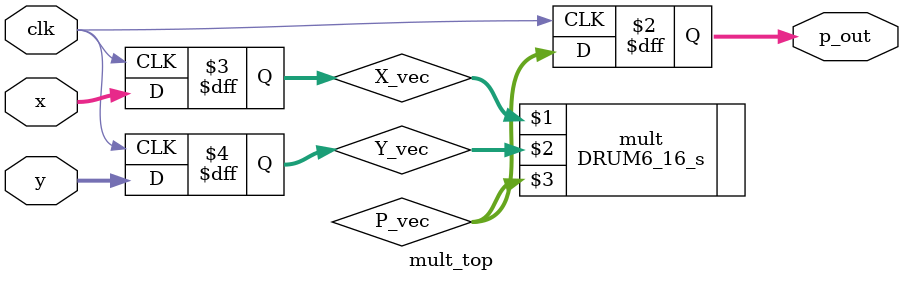
<source format=v>

`include "timescale.v"

module mult_top(
    // Clock and reset
    input clk,
    // Input X has a form x_i%d where %d denotes the bit number
    input  [15:0] x,
    // Input Y has a form y_i%d where %d denotes the bit number
    input  [15:0] y,
    // Output P has a form p_out%d where %d denotes the bit number
    output reg [31:0] p_out
    );

    
    // Now we have X_vec and Y_vec signal 
    // Then we do processing with these signals and store the 
    // intermidiate result in P_vec
    // For example purposes X_vec and Y_vec are concanated and stored in P_vec
    wire [31:0] P_vec;
    reg [15:0] X_vec;
    reg [15:0] Y_vec;
    
    DRUM6_16_s mult(X_vec,Y_vec,P_vec); 

 
    always @(posedge clk) 
    begin
        p_out = P_vec;
        X_vec = x;
        Y_vec = y;
    end

endmodule 


</source>
